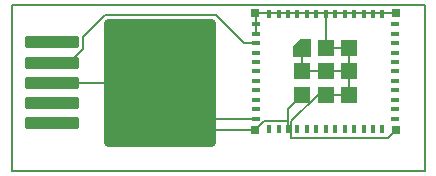
<source format=gbr>
%TF.GenerationSoftware,KiCad,Pcbnew,9.0.1*%
%TF.CreationDate,2025-04-20T22:13:02+08:00*%
%TF.ProjectId,PCB,5043422e-6b69-4636-9164-5f7063625858,rev?*%
%TF.SameCoordinates,Original*%
%TF.FileFunction,Copper,L1,Top*%
%TF.FilePolarity,Positive*%
%FSLAX46Y46*%
G04 Gerber Fmt 4.6, Leading zero omitted, Abs format (unit mm)*
G04 Created by KiCad (PCBNEW 9.0.1) date 2025-04-20 22:13:02*
%MOMM*%
%LPD*%
G01*
G04 APERTURE LIST*
G04 Aperture macros list*
%AMRoundRect*
0 Rectangle with rounded corners*
0 $1 Rounding radius*
0 $2 $3 $4 $5 $6 $7 $8 $9 X,Y pos of 4 corners*
0 Add a 4 corners polygon primitive as box body*
4,1,4,$2,$3,$4,$5,$6,$7,$8,$9,$2,$3,0*
0 Add four circle primitives for the rounded corners*
1,1,$1+$1,$2,$3*
1,1,$1+$1,$4,$5*
1,1,$1+$1,$6,$7*
1,1,$1+$1,$8,$9*
0 Add four rect primitives between the rounded corners*
20,1,$1+$1,$2,$3,$4,$5,0*
20,1,$1+$1,$4,$5,$6,$7,0*
20,1,$1+$1,$6,$7,$8,$9,0*
20,1,$1+$1,$8,$9,$2,$3,0*%
%AMOutline5P*
0 Free polygon, 5 corners , with rotation*
0 The origin of the aperture is its center*
0 number of corners: always 5*
0 $1 to $10 corner X, Y*
0 $11 Rotation angle, in degrees counterclockwise*
0 create outline with 5 corners*
4,1,5,$1,$2,$3,$4,$5,$6,$7,$8,$9,$10,$1,$2,$11*%
%AMOutline6P*
0 Free polygon, 6 corners , with rotation*
0 The origin of the aperture is its center*
0 number of corners: always 6*
0 $1 to $12 corner X, Y*
0 $13 Rotation angle, in degrees counterclockwise*
0 create outline with 6 corners*
4,1,6,$1,$2,$3,$4,$5,$6,$7,$8,$9,$10,$11,$12,$1,$2,$13*%
%AMOutline7P*
0 Free polygon, 7 corners , with rotation*
0 The origin of the aperture is its center*
0 number of corners: always 7*
0 $1 to $14 corner X, Y*
0 $15 Rotation angle, in degrees counterclockwise*
0 create outline with 7 corners*
4,1,7,$1,$2,$3,$4,$5,$6,$7,$8,$9,$10,$11,$12,$13,$14,$1,$2,$15*%
%AMOutline8P*
0 Free polygon, 8 corners , with rotation*
0 The origin of the aperture is its center*
0 number of corners: always 8*
0 $1 to $16 corner X, Y*
0 $17 Rotation angle, in degrees counterclockwise*
0 create outline with 8 corners*
4,1,8,$1,$2,$3,$4,$5,$6,$7,$8,$9,$10,$11,$12,$13,$14,$15,$16,$1,$2,$17*%
G04 Aperture macros list end*
%TA.AperFunction,NonConductor*%
%ADD10C,0.200000*%
%TD*%
%TA.AperFunction,SMDPad,CuDef*%
%ADD11R,0.700000X0.700000*%
%TD*%
%TA.AperFunction,HeatsinkPad*%
%ADD12R,1.450000X1.450000*%
%TD*%
%TA.AperFunction,HeatsinkPad*%
%ADD13Outline5P,-0.725000X0.130500X-0.130500X0.725000X0.725000X0.725000X0.725000X-0.725000X-0.725000X-0.725000X0.000000*%
%TD*%
%TA.AperFunction,SMDPad,CuDef*%
%ADD14R,0.400000X0.800000*%
%TD*%
%TA.AperFunction,SMDPad,CuDef*%
%ADD15R,0.800000X0.400000*%
%TD*%
%TA.AperFunction,SMDPad,CuDef*%
%ADD16RoundRect,0.250000X-2.050000X-0.300000X2.050000X-0.300000X2.050000X0.300000X-2.050000X0.300000X0*%
%TD*%
%TA.AperFunction,SMDPad,CuDef*%
%ADD17RoundRect,0.250002X-4.449998X-5.149998X4.449998X-5.149998X4.449998X5.149998X-4.449998X5.149998X0*%
%TD*%
%TA.AperFunction,Conductor*%
%ADD18C,0.200000*%
%TD*%
G04 APERTURE END LIST*
D10*
X113000000Y-104500000D02*
X148000000Y-104500000D01*
X148000000Y-118500000D01*
X113000000Y-118500000D01*
X113000000Y-104500000D01*
D11*
%TO.P,U2,53,GND*%
%TO.N,GND*%
X133650000Y-105150000D03*
%TO.P,U2,52,GND*%
X133650000Y-115050000D03*
%TO.P,U2,51,GND*%
X145550000Y-115050000D03*
%TO.P,U2,50,GND*%
X145550000Y-105150000D03*
D12*
%TO.P,U2,49,GND*%
X141575000Y-112075000D03*
X141575000Y-110100000D03*
X141575000Y-108125000D03*
X139600000Y-112075000D03*
X139600000Y-110100000D03*
X139600000Y-108125000D03*
X137625000Y-112075000D03*
X137625000Y-110100000D03*
D13*
X137625000Y-108125000D03*
D14*
%TO.P,U2,48,GND*%
X134800000Y-105200000D03*
%TO.P,U2,47,GND*%
X135600000Y-105200000D03*
%TO.P,U2,46,GND*%
X136400000Y-105200000D03*
%TO.P,U2,45,GND*%
X137200000Y-105200000D03*
%TO.P,U2,44,GND*%
X138000000Y-105200000D03*
%TO.P,U2,43,GND*%
X138800000Y-105200000D03*
%TO.P,U2,42,GND*%
X139600000Y-105200000D03*
%TO.P,U2,41,GND*%
X140400000Y-105200000D03*
%TO.P,U2,40,GND*%
X141200000Y-105200000D03*
%TO.P,U2,39,GND*%
X142000000Y-105200000D03*
%TO.P,U2,38,GND*%
X142800000Y-105200000D03*
%TO.P,U2,37,GND*%
X143600000Y-105200000D03*
%TO.P,U2,36,GND*%
X144400000Y-105200000D03*
D15*
%TO.P,U2,35,NC*%
%TO.N,unconnected-(U2-NC-Pad35)*%
X145500000Y-106100000D03*
%TO.P,U2,34,NC*%
%TO.N,unconnected-(U2-NC-Pad34)*%
X145500000Y-106900000D03*
%TO.P,U2,33,NC*%
%TO.N,unconnected-(U2-NC-Pad33)*%
X145500000Y-107700000D03*
%TO.P,U2,32,NC*%
%TO.N,unconnected-(U2-NC-Pad32)*%
X145500000Y-108500000D03*
%TO.P,U2,31,TXD0*%
%TO.N,unconnected-(U2-TXD0-Pad31)*%
X145500000Y-109300000D03*
%TO.P,U2,30,RXD0*%
%TO.N,unconnected-(U2-RXD0-Pad30)*%
X145500000Y-110100000D03*
%TO.P,U2,29,IO23*%
%TO.N,Net-(U1-D2)*%
X145500000Y-110900000D03*
%TO.P,U2,28,IO22*%
%TO.N,Net-(U1-D1)*%
X145500000Y-111700000D03*
%TO.P,U2,27,IO21*%
%TO.N,unconnected-(U2-IO21-Pad27)*%
X145500000Y-112500000D03*
%TO.P,U2,26,IO20*%
%TO.N,unconnected-(U2-IO20-Pad26)*%
X145500000Y-113300000D03*
%TO.P,U2,25,IO19*%
%TO.N,unconnected-(U2-IO19-Pad25)*%
X145500000Y-114100000D03*
D14*
%TO.P,U2,24,IO18*%
%TO.N,unconnected-(U2-IO18-Pad24)*%
X144400000Y-115000000D03*
%TO.P,U2,23,IO9*%
%TO.N,Net-(U1-C2)*%
X143600000Y-115000000D03*
%TO.P,U2,22,IO8*%
%TO.N,Net-(U1-C1)*%
X142800000Y-115000000D03*
%TO.P,U2,21,NC*%
%TO.N,unconnected-(U2-NC-Pad21)*%
X142000000Y-115000000D03*
%TO.P,U2,20,IO15*%
%TO.N,unconnected-(U2-IO15-Pad20)*%
X141200000Y-115000000D03*
%TO.P,U2,19,IO14*%
%TO.N,unconnected-(U2-IO14-Pad19)*%
X140400000Y-115000000D03*
%TO.P,U2,18,IO13*%
%TO.N,unconnected-(U2-IO13-Pad18)*%
X139600000Y-115000000D03*
%TO.P,U2,17,IO12*%
%TO.N,unconnected-(U2-IO12-Pad17)*%
X138800000Y-115000000D03*
%TO.P,U2,16,IO7*%
%TO.N,Net-(U1-B2)*%
X138000000Y-115000000D03*
%TO.P,U2,15,IO6*%
%TO.N,Net-(U1-B1)*%
X137200000Y-115000000D03*
%TO.P,U2,14,GND*%
%TO.N,GND*%
X136400000Y-115000000D03*
%TO.P,U2,13,IO1*%
%TO.N,unconnected-(U2-IO1-Pad13)*%
X135600000Y-115000000D03*
%TO.P,U2,12,IO0*%
%TO.N,unconnected-(U2-IO0-Pad12)*%
X134800000Y-115000000D03*
D15*
%TO.P,U2,11,GND*%
%TO.N,GND*%
X133700000Y-114100000D03*
%TO.P,U2,10,IO5*%
%TO.N,Net-(U1-A2)*%
X133700000Y-113300000D03*
%TO.P,U2,9,IO4*%
%TO.N,Net-(U1-A1)*%
X133700000Y-112500000D03*
%TO.P,U2,8,EN*%
%TO.N,unconnected-(U2-EN-Pad8)*%
X133700000Y-111700000D03*
%TO.P,U2,7,NC*%
%TO.N,unconnected-(U2-NC-Pad7)*%
X133700000Y-110900000D03*
%TO.P,U2,6,IO3*%
%TO.N,unconnected-(U2-IO3-Pad6)*%
X133700000Y-110100000D03*
%TO.P,U2,5,IO2*%
%TO.N,unconnected-(U2-IO2-Pad5)*%
X133700000Y-109300000D03*
%TO.P,U2,4,NC*%
%TO.N,unconnected-(U2-NC-Pad4)*%
X133700000Y-108500000D03*
%TO.P,U2,3,3V3*%
%TO.N,+3.3V*%
X133700000Y-107700000D03*
%TO.P,U2,2,GND*%
%TO.N,GND*%
X133700000Y-106900000D03*
%TO.P,U2,1,GND*%
X133700000Y-106100000D03*
%TD*%
D16*
%TO.P,U4,1,VIN*%
%TO.N,+12V*%
X116450000Y-107650000D03*
%TO.P,U4,2,OUT*%
%TO.N,+3.3V*%
X116450000Y-109350000D03*
%TO.P,U4,3,GND*%
%TO.N,GND*%
X116450000Y-111050000D03*
D17*
X125600000Y-111050000D03*
D16*
%TO.P,U4,4,FB*%
%TO.N,unconnected-(U4-FB-Pad4)*%
X116450000Y-112750000D03*
%TO.P,U4,5,~{ON}/OFF*%
%TO.N,unconnected-(U4-~{ON}{slash}OFF-Pad5)*%
X116450000Y-114450000D03*
%TD*%
D18*
%TO.N,GND*%
X139600000Y-108125000D02*
X141575000Y-108125000D01*
X141575000Y-112075000D02*
X141575000Y-108125000D01*
X145550000Y-115050000D02*
X144899000Y-115701000D01*
X144899000Y-115701000D02*
X136699000Y-115701000D01*
X136699000Y-114299000D02*
X138923000Y-112075000D01*
X136699000Y-115701000D02*
X136699000Y-114299000D01*
X138923000Y-112075000D02*
X141575000Y-112075000D01*
X139600000Y-108125000D02*
X139600000Y-105200000D01*
X133650000Y-105150000D02*
X145550000Y-105150000D01*
X133700000Y-106900000D02*
X133700000Y-105200000D01*
X133700000Y-105200000D02*
X133650000Y-105150000D01*
%TO.N,+3.3V*%
X133700000Y-107700000D02*
X132636160Y-107700000D01*
X132636160Y-107700000D02*
X130285160Y-105349000D01*
X119051000Y-108185160D02*
X117886160Y-109350000D01*
X130285160Y-105349000D02*
X120914840Y-105349000D01*
X120914840Y-105349000D02*
X119051000Y-107212840D01*
X117886160Y-109350000D02*
X116450000Y-109350000D01*
X119051000Y-107212840D02*
X119051000Y-108185160D01*
%TO.N,GND*%
X136400000Y-115000000D02*
X136400000Y-113300000D01*
X136400000Y-113300000D02*
X137625000Y-112075000D01*
X136400000Y-115000000D02*
X136400000Y-114400000D01*
X136400000Y-114400000D02*
X136299000Y-114299000D01*
X136299000Y-114299000D02*
X134401000Y-114299000D01*
X134401000Y-114299000D02*
X133650000Y-115050000D01*
X133650000Y-115050000D02*
X129600000Y-115050000D01*
X129600000Y-115050000D02*
X125600000Y-111050000D01*
X125600000Y-111050000D02*
X128650000Y-114100000D01*
X128650000Y-114100000D02*
X133700000Y-114100000D01*
X116450000Y-111050000D02*
X125600000Y-111050000D01*
X137625000Y-108125000D02*
X137625000Y-110100000D01*
X137625000Y-110100000D02*
X141575000Y-110100000D01*
%TD*%
M02*

</source>
